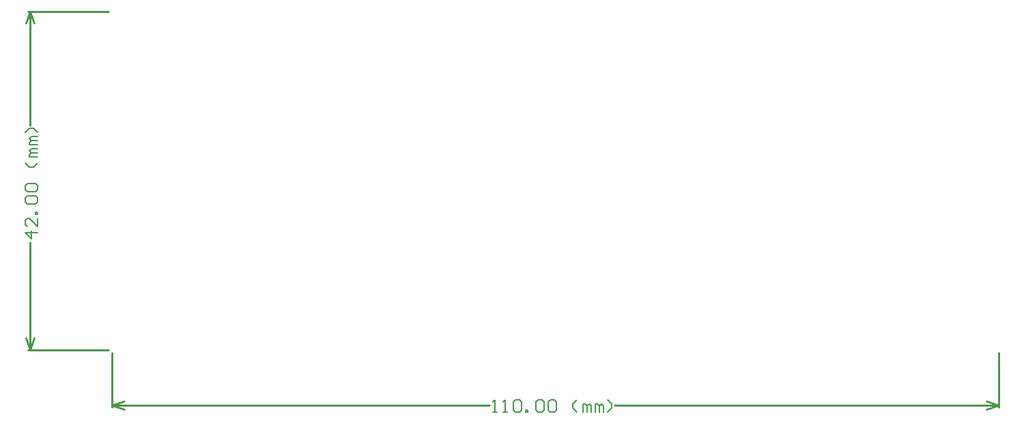
<source format=gm1>
%FSLAX42Y42*%
%MOMM*%
G71*
G01*
G75*
%ADD10C,0.20*%
%ADD11C,0.30*%
%ADD12R,1.00X0.85*%
%ADD13R,1.50X1.30*%
%ADD14R,1.00X1.10*%
%ADD15R,1.30X1.50*%
%ADD16R,1.10X1.00*%
%ADD17R,1.50X5.50*%
%ADD18R,1.80X1.60*%
%ADD19R,1.60X1.80*%
%ADD20R,0.30X1.60*%
%ADD21R,1.60X0.30*%
%ADD22R,1.80X0.60*%
%ADD23R,1.80X2.15*%
%ADD24R,0.60X2.20*%
%ADD25R,0.60X1.55*%
%ADD26R,1.90X1.30*%
%ADD27R,0.60X1.80*%
%ADD28C,0.25*%
%ADD29C,0.50*%
%ADD30C,0.40*%
%ADD31C,1.00*%
%ADD32C,1.50*%
%ADD33R,1.50X1.50*%
%ADD34C,1.60*%
%ADD35C,1.10*%
%ADD36C,0.60*%
%ADD37C,1.00*%
%ADD38C,1.20*%
%ADD39R,1.90X1.00*%
%ADD40R,1.50X1.00*%
%ADD41R,1.90X0.70*%
%ADD42R,2.80X1.50*%
%ADD43C,0.25*%
%ADD44C,0.13*%
%ADD45R,2.80X0.65*%
%ADD46R,1.20X1.05*%
%ADD47R,1.70X1.50*%
%ADD48R,1.20X1.30*%
%ADD49R,1.50X1.70*%
%ADD50R,1.30X1.20*%
%ADD51R,1.70X5.70*%
%ADD52R,2.00X1.80*%
%ADD53R,1.80X2.00*%
%ADD54R,0.50X1.80*%
%ADD55R,1.80X0.50*%
%ADD56R,2.00X0.80*%
%ADD57R,2.00X2.35*%
%ADD58R,0.80X2.40*%
%ADD59R,0.80X1.75*%
%ADD60R,2.10X1.50*%
%ADD61R,0.80X2.00*%
%ADD62C,1.70*%
%ADD63R,1.70X1.70*%
%ADD64C,1.80*%
%ADD65C,1.30*%
%ADD66C,0.80*%
%ADD67C,1.20*%
%ADD68C,1.40*%
%ADD69R,2.10X1.20*%
%ADD70R,1.70X1.20*%
%ADD71R,2.10X0.90*%
%ADD72R,3.00X1.70*%
%ADD73C,0.15*%
D28*
X11000Y-4911D02*
Y-4240D01*
X0Y-4911D02*
Y-4240D01*
X6236Y-4886D02*
X11000D01*
X0D02*
X4682D01*
X10848Y-4835D02*
X11000Y-4886D01*
X10848Y-4937D02*
X11000Y-4886D01*
X0D02*
X152Y-4937D01*
X0Y-4886D02*
X152Y-4835D01*
X-1041Y0D02*
X-40D01*
X-1041Y-4200D02*
X-40D01*
X-1016Y-1414D02*
Y0D01*
Y-4200D02*
Y-2867D01*
X-1067Y-152D02*
X-1016Y0D01*
X-965Y-152D01*
X-1016Y-4200D02*
X-965Y-4048D01*
X-1067D02*
X-1016Y-4200D01*
D73*
X4723Y-4977D02*
X4774D01*
X4748D01*
Y-4825D01*
X4723Y-4850D01*
X4850Y-4977D02*
X4901D01*
X4875D01*
Y-4825D01*
X4850Y-4850D01*
X4977D02*
X5002Y-4825D01*
X5053D01*
X5078Y-4850D01*
Y-4952D01*
X5053Y-4977D01*
X5002D01*
X4977Y-4952D01*
Y-4850D01*
X5129Y-4977D02*
Y-4952D01*
X5155D01*
Y-4977D01*
X5129D01*
X5256Y-4850D02*
X5282Y-4825D01*
X5332D01*
X5358Y-4850D01*
Y-4952D01*
X5332Y-4977D01*
X5282D01*
X5256Y-4952D01*
Y-4850D01*
X5409D02*
X5434Y-4825D01*
X5485D01*
X5510Y-4850D01*
Y-4952D01*
X5485Y-4977D01*
X5434D01*
X5409Y-4952D01*
Y-4850D01*
X5764Y-4977D02*
X5713Y-4926D01*
Y-4876D01*
X5764Y-4825D01*
X5840Y-4977D02*
Y-4876D01*
X5866D01*
X5891Y-4901D01*
Y-4977D01*
Y-4901D01*
X5916Y-4876D01*
X5942Y-4901D01*
Y-4977D01*
X5993D02*
Y-4876D01*
X6018D01*
X6043Y-4901D01*
Y-4977D01*
Y-4901D01*
X6069Y-4876D01*
X6094Y-4901D01*
Y-4977D01*
X6145D02*
X6196Y-4926D01*
Y-4876D01*
X6145Y-4825D01*
X-925Y-2750D02*
X-1077D01*
X-1001Y-2826D01*
Y-2725D01*
X-925Y-2572D02*
Y-2674D01*
X-1026Y-2572D01*
X-1052D01*
X-1077Y-2598D01*
Y-2648D01*
X-1052Y-2674D01*
X-925Y-2522D02*
X-950D01*
Y-2496D01*
X-925D01*
Y-2522D01*
X-1052Y-2395D02*
X-1077Y-2369D01*
Y-2318D01*
X-1052Y-2293D01*
X-950D01*
X-925Y-2318D01*
Y-2369D01*
X-950Y-2395D01*
X-1052D01*
Y-2242D02*
X-1077Y-2217D01*
Y-2166D01*
X-1052Y-2141D01*
X-950D01*
X-925Y-2166D01*
Y-2217D01*
X-950Y-2242D01*
X-1052D01*
X-925Y-1887D02*
X-975Y-1938D01*
X-1026D01*
X-1077Y-1887D01*
X-925Y-1811D02*
X-1026D01*
Y-1785D01*
X-1001Y-1760D01*
X-925D01*
X-1001D01*
X-1026Y-1734D01*
X-1001Y-1709D01*
X-925D01*
Y-1658D02*
X-1026D01*
Y-1633D01*
X-1001Y-1607D01*
X-925D01*
X-1001D01*
X-1026Y-1582D01*
X-1001Y-1557D01*
X-925D01*
Y-1506D02*
X-975Y-1455D01*
X-1026D01*
X-1077Y-1506D01*
M02*

</source>
